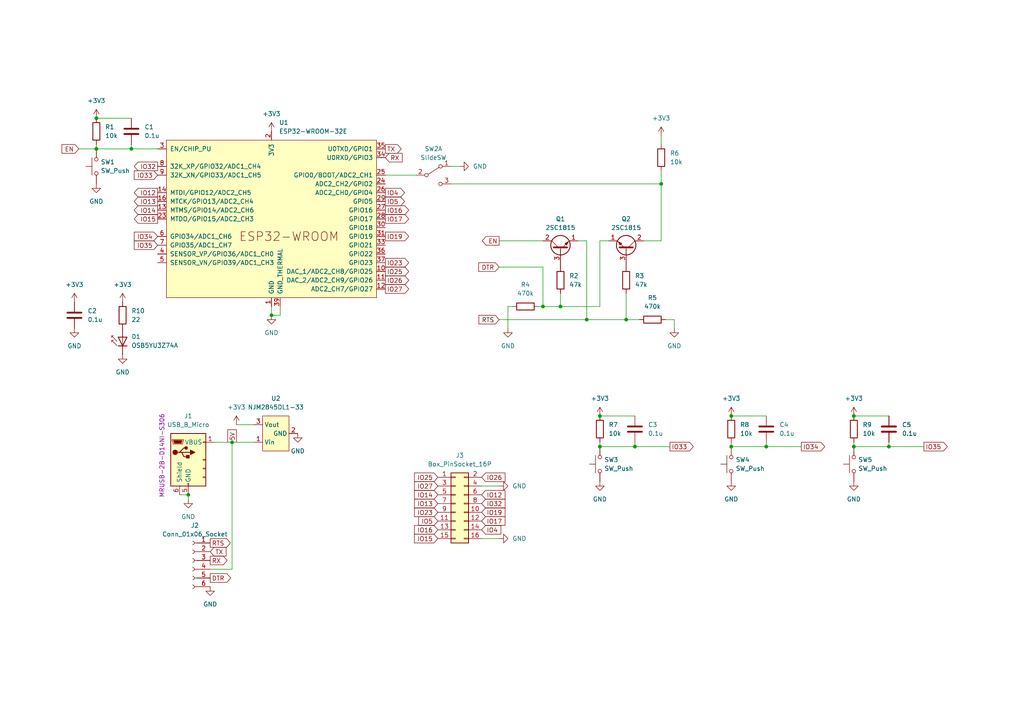
<source format=kicad_sch>
(kicad_sch (version 20230121) (generator eeschema)
  (paper "A4")
  (lib_symbols
    (symbol "Connector:Conn_01x06_Socket" (pin_names (offset 1.016) hide)
      (property "Reference" "J2" (at -0.635 10.16 0))
      (property "Value" "Conn_01x06_Socket" (at -0.635 7.62 0))
      (symbol "Conn_01x06_Socket_1_1"
        (arc (start 0 -7.112) (mid -0.5058 -7.62) (end 0 -8.128) (stroke (width 0.1524)))
        (arc (start 0 -4.572) (mid -0.5058 -5.08) (end 0 -5.588) (stroke (width 0.1524)))
        (arc (start 0 -2.032) (mid -0.5058 -2.54) (end 0 -3.048) (stroke (width 0.1524)))
        (polyline (pts (xy -1.27 -7.62) (xy -0.508 -7.62)) (stroke (width 0.1524)))
        (polyline (pts (xy -1.27 -5.08) (xy -0.508 -5.08)) (stroke (width 0.1524)))
        (polyline (pts (xy -1.27 -2.54) (xy -0.508 -2.54)) (stroke (width 0.1524)))
        (polyline (pts (xy -1.27 0) (xy -0.508 0)) (stroke (width 0.1524)))
        (polyline (pts (xy -1.27 2.54) (xy -0.508 2.54)) (stroke (width 0.1524)))
        (polyline (pts (xy -1.27 5.08) (xy -0.508 5.08)) (stroke (width 0.1524)))
        (arc (start 0 0.508) (mid -0.5058 0) (end 0 -0.508) (stroke (width 0.1524)))
        (arc (start 0 3.048) (mid -0.5058 2.54) (end 0 2.032) (stroke (width 0.1524)))
        (arc (start 0 5.588) (mid -0.5058 5.08) (end 0 4.572) (stroke (width 0.1524)))
        (pin passive line (at -5.08 5.08 0) (length 3.81) (name "RTS") (number "1"))
        (pin input line (at -5.08 2.54 0) (length 3.81) (name "RXD") (number "2"))
        (pin output line (at -5.08 0 0) (length 3.81) (name "TXD") (number "3"))
        (pin power_in line (at -5.08 -2.54 0) (length 3.81) (name "+5V") (number "4"))
        (pin passive line (at -5.08 -5.08 0) (length 3.81) (name "DTR") (number "5"))
        (pin passive line (at -5.08 -7.62 0) (length 3.81) (name "GND") (number "6"))
      )
    )
    (symbol "Connector:USB_B_Micro_PowerOnly" (pin_names (offset 1.016))
      (property "Reference" "J" (at -5.08 11.43 0))
      (property "Value" "USB_B_Micro" (at -5.08 8.89 0))
      (symbol "USB_B_Micro_PowerOnly_0_1"
        (rectangle (start -5.08 -7.62) (end 5.08 7.62) (stroke (width 0.254)) (fill (type background)))
        (circle (center -3.81 2.159) (radius 0.635) (stroke (width 0.254)) (fill (type outline)))
        (circle (center -0.635 3.429) (radius 0.381) (stroke (width 0.254)) (fill (type outline)))
        (rectangle (start -0.127 -7.62) (end 0.127 -6.858))
        (polyline (pts (xy -1.905 2.159) (xy 0.635 2.159)) (stroke (width 0.254)))
        (polyline (pts (xy -3.175 2.159) (xy -2.54 2.159) (xy -1.27 3.429) (xy -0.635 3.429)) (stroke (width 0.254)))
        (polyline (pts (xy -2.54 2.159) (xy -1.905 2.159) (xy -1.27 0.889) (xy 0 0.889)) (stroke (width 0.254)))
        (polyline (pts (xy 0.635 2.794) (xy 0.635 1.524) (xy 1.905 2.159) (xy 0.635 2.794)) (stroke (width 0.254)) (fill (type outline)))
        (polyline (pts (xy -4.318 5.588) (xy -1.778 5.588) (xy -2.032 4.826) (xy -4.064 4.826) (xy -4.318 5.588)) (fill (type outline)))
        (polyline (pts (xy -4.699 5.842) (xy -4.699 5.588) (xy -4.445 4.826) (xy -4.445 4.572) (xy -1.651 4.572) (xy -1.651 4.826) (xy -1.397 5.588) (xy -1.397 5.842) (xy -4.699 5.842)))
        (rectangle (start 0.254 1.27) (end -0.508 0.508) (stroke (width 0.254)) (fill (type outline)))
        (rectangle (start 5.08 -5.207) (end 4.318 -4.953))
        (rectangle (start 5.08 -2.667) (end 4.318 -2.413))
        (rectangle (start 5.08 -0.127) (end 4.318 0.127))
        (rectangle (start 5.08 4.953) (end 4.318 5.207))
      )
      (symbol "USB_B_Micro_PowerOnly_1_1"
        (pin power_out line (at 7.62 5.08 180) (length 2.54) (name "VBUS") (number "1"))
        (pin power_out line (at 0 -10.16 90) (length 2.54) (name "GND") (number "5"))
        (pin passive line (at -2.54 -10.16 90) (length 2.54) (name "Shield") (number "6"))
      )
    )
    (symbol "Connector_Generic:Conn_02x08_Odd_Even" (pin_names (offset 1.016) hide)
      (property "Reference" "J3" (at 1.27 13.97 0))
      (property "Value" "Conn_02x08_Odd_Even" (at 1.27 11.43 0))
      (symbol "Conn_02x08_Odd_Even_1_1"
        (rectangle (start -1.27 -10.033) (end 0 -10.287) (stroke (width 0.1524)))
        (rectangle (start -1.27 -7.493) (end 0 -7.747) (stroke (width 0.1524)))
        (rectangle (start -1.27 -4.953) (end 0 -5.207) (stroke (width 0.1524)))
        (rectangle (start -1.27 -2.413) (end 0 -2.667) (stroke (width 0.1524)))
        (rectangle (start -1.27 0.127) (end 0 -0.127) (stroke (width 0.1524)))
        (rectangle (start -1.27 2.667) (end 0 2.413) (stroke (width 0.1524)))
        (rectangle (start -1.27 5.207) (end 0 4.953) (stroke (width 0.1524)))
        (rectangle (start -1.27 7.747) (end 0 7.493) (stroke (width 0.1524)))
        (rectangle (start -1.27 8.89) (end 3.81 -11.43) (stroke (width 0.254)) (fill (type background)))
        (rectangle (start 3.81 -10.033) (end 2.54 -10.287) (stroke (width 0.1524)))
        (rectangle (start 3.81 -7.493) (end 2.54 -7.747) (stroke (width 0.1524)))
        (rectangle (start 3.81 -4.953) (end 2.54 -5.207) (stroke (width 0.1524)))
        (rectangle (start 3.81 -2.413) (end 2.54 -2.667) (stroke (width 0.1524)))
        (rectangle (start 3.81 0.127) (end 2.54 -0.127) (stroke (width 0.1524)))
        (rectangle (start 3.81 2.667) (end 2.54 2.413) (stroke (width 0.1524)))
        (rectangle (start 3.81 5.207) (end 2.54 4.953) (stroke (width 0.1524)))
        (rectangle (start 3.81 7.747) (end 2.54 7.493) (stroke (width 0.1524)))
        (pin output line (at -5.08 7.62 0) (length 3.81) (name "R1") (number "1"))
        (pin output line (at 7.62 -2.54 180) (length 3.81) (name "B") (number "10"))
        (pin output line (at -5.08 -5.08 0) (length 3.81) (name "C") (number "11"))
        (pin output line (at 7.62 -5.08 180) (length 3.81) (name "D") (number "12"))
        (pin output line (at -5.08 -7.62 0) (length 3.81) (name "CLK") (number "13"))
        (pin output line (at 7.62 -7.62 180) (length 3.81) (name "LAT") (number "14"))
        (pin output line (at -5.08 -10.16 0) (length 3.81) (name "OE") (number "15"))
        (pin passive line (at 7.62 -10.16 180) (length 3.81) (name "GND3") (number "16"))
        (pin output line (at 7.62 7.62 180) (length 3.81) (name "G1") (number "2"))
        (pin output line (at -5.08 5.08 0) (length 3.81) (name "B1") (number "3"))
        (pin passive line (at 7.62 5.08 180) (length 3.81) (name "GND1") (number "4"))
        (pin output line (at -5.08 2.54 0) (length 3.81) (name "R2") (number "5"))
        (pin output line (at 7.62 2.54 180) (length 3.81) (name "G2") (number "6"))
        (pin output line (at -5.08 0 0) (length 3.81) (name "B2") (number "7"))
        (pin output line (at 7.62 0 180) (length 3.81) (name "E") (number "8"))
        (pin output line (at -5.08 -2.54 0) (length 3.81) (name "A") (number "9"))
      )
    )
    (symbol "Device:C" (pin_numbers hide) (pin_names (offset 0.254))
      (property "Reference" "C" (at 0.635 2.54 0))
      (property "Value" "C" (at 0.635 -2.54 0))
      (symbol "C_0_1"
        (polyline (pts (xy -2.032 -0.762) (xy 2.032 -0.762)) (stroke (width 0.508)))
        (polyline (pts (xy -2.032 0.762) (xy 2.032 0.762)) (stroke (width 0.508)))
      )
      (symbol "C_1_1"
        (pin passive line (at 0 3.81 270) (length 2.794) (name "~") (number "1"))
        (pin passive line (at 0 -3.81 90) (length 2.794) (name "~") (number "2"))
      )
    )
    (symbol "Device:R" (pin_numbers hide) (pin_names (offset 0))
      (property "Reference" "R" (at 2.032 0 90))
      (property "Value" "R" (at 0 0 90))
      (symbol "R_0_1"
        (rectangle (start -1.016 -2.54) (end 1.016 2.54) (stroke (width 0.254)))
      )
      (symbol "R_1_1"
        (pin passive line (at 0 3.81 270) (length 1.27) (name "~") (number "1"))
        (pin passive line (at 0 -3.81 90) (length 1.27) (name "~") (number "2"))
      )
    )
    (symbol "LED:TSAL4400" (pin_numbers hide) (pin_names (offset 1.016) hide)
      (property "Reference" "D" (at 0.508 1.778 0))
      (property "Value" "TSAL4400" (at -1.016 -2.794 0))
      (symbol "TSAL4400_0_1"
        (polyline (pts (xy -2.54 1.27) (xy -2.54 -1.27)) (stroke (width 0.254)))
        (polyline (pts (xy 0 0) (xy -2.54 0)))
        (polyline (pts (xy 0.381 3.175) (xy -0.127 3.175)))
        (polyline (pts (xy -1.143 1.651) (xy 0.381 3.175) (xy 0.381 2.667)))
        (polyline (pts (xy 0 1.27) (xy -2.54 0) (xy 0 -1.27) (xy 0 1.27)) (stroke (width 0.254)))
        (polyline (pts (xy -2.413 1.651) (xy -0.889 3.175) (xy -0.889 2.667) (xy -0.889 3.175) (xy -1.397 3.175)))
      )
      (symbol "TSAL4400_1_1"
        (pin passive line (at -5.08 0 0) (length 2.54) (name "K") (number "1"))
        (pin passive line (at 2.54 0 180) (length 2.54) (name "A") (number "2"))
      )
    )
    (symbol "PCM_Espressif:ESP32-WROOM-E" (pin_names (offset 1.016))
      (property "Reference" "U" (at -30.48 27.94 0))
      (property "Value" "ESP32-WROOM-E" (at -30.48 25.4 0))
      (symbol "ESP32-WROOM-E_0_1"
        (rectangle (start -30.48 22.86) (end 30.48 -22.86) (fill (type background)))
      )
      (symbol "ESP32-WROOM-E_1_1"
        (text "ESP32-­WROOM­" (at 5.08 -5.08 0) (effects (font (size 2.54 2.54))))
        (pin power_in line (at 0 -25.4 90) (length 2.54) (name "GND") (number "1"))
        (pin bidirectional line (at 33.02 -15.24 180) (length 2.54) (name "DAC_1/ADC2_CH8/GPIO25") (number "10"))
        (pin bidirectional line (at 33.02 -17.78 180) (length 2.54) (name "DAC_2/ADC2_CH9/GPIO26") (number "11"))
        (pin bidirectional line (at 33.02 -20.32 180) (length 2.54) (name "ADC2_CH7/GPIO27") (number "12"))
        (pin bidirectional line (at -33.02 2.54 0) (length 2.54) (name "MTMS/GPIO14/ADC2_CH6") (number "13"))
        (pin bidirectional line (at -33.02 7.62 0) (length 2.54) (name "MTDI/GPIO12/ADC2_CH5") (number "14"))
        (pin passive line (at 0 -25.4 90) (length 2.54) hide (name "GND") (number "15"))
        (pin bidirectional line (at -33.02 5.08 0) (length 2.54) (name "MTCK/GPIO13/ADC2_CH4") (number "16"))
        (pin power_in line (at 0 25.4 270) (length 2.54) (name "3V3") (number "2"))
        (pin bidirectional line (at -33.02 0 0) (length 2.54) (name "MTDO/GPIO15/ADC2_CH3") (number "23"))
        (pin bidirectional line (at 33.02 10.16 180) (length 2.54) (name "ADC2_CH2/GPIO2") (number "24"))
        (pin bidirectional line (at 33.02 12.7 180) (length 2.54) (name "GPIO0/BOOT/ADC2_CH1") (number "25"))
        (pin bidirectional line (at 33.02 7.62 180) (length 2.54) (name "ADC2_CH0/GPIO4") (number "26"))
        (pin bidirectional line (at 33.02 2.54 180) (length 2.54) (name "GPIO16") (number "27"))
        (pin bidirectional line (at 33.02 0 180) (length 2.54) (name "GPIO17") (number "28"))
        (pin bidirectional line (at 33.02 5.08 180) (length 2.54) (name "GPIO5") (number "29"))
        (pin input line (at -33.02 20.32 0) (length 2.54) (name "EN/CHIP_PU") (number "3"))
        (pin bidirectional line (at 33.02 -2.54 180) (length 2.54) (name "GPIO18") (number "30"))
        (pin bidirectional line (at 33.02 -5.08 180) (length 2.54) (name "GPIO19") (number "31"))
        (pin bidirectional line (at 33.02 -7.62 180) (length 2.54) (name "GPIO21") (number "33"))
        (pin bidirectional line (at 33.02 17.78 180) (length 2.54) (name "U0RXD/GPIO3") (number "34"))
        (pin bidirectional line (at 33.02 20.32 180) (length 2.54) (name "U0TXD/GPIO1") (number "35"))
        (pin bidirectional line (at 33.02 -10.16 180) (length 2.54) (name "GPIO22") (number "36"))
        (pin bidirectional line (at 33.02 -12.7 180) (length 2.54) (name "GPIO23") (number "37"))
        (pin passive line (at 0 -25.4 90) (length 2.54) hide (name "GND") (number "38"))
        (pin power_in line (at 2.54 -25.4 90) (length 2.54) (name "GND_THERMAL") (number "39"))
        (pin input line (at -33.02 -10.16 0) (length 2.54) (name "SENSOR_VP/GPIO36/ADC1_CH0") (number "4"))
        (pin input line (at -33.02 -12.7 0) (length 2.54) (name "SENSOR_VN/GPIO39/ADC1_CH3") (number "5"))
        (pin input line (at -33.02 -5.08 0) (length 2.54) (name "GPIO34/ADC1_CH6") (number "6"))
        (pin input line (at -33.02 -7.62 0) (length 2.54) (name "GPIO35/ADC1_CH7") (number "7"))
        (pin bidirectional line (at -33.02 15.24 0) (length 2.54) (name "32K_XP/GPIO32/ADC1_CH4") (number "8"))
        (pin bidirectional line (at -33.02 12.7 0) (length 2.54) (name "32K_XN/GPIO33/ADC1_CH5") (number "9"))
      )
    )
    (symbol "Regulator_Linear:NJM2845DL1"
      (property "Reference" "U2" (at 0 8.89 0))
      (property "Value" "NJM2845DL1" (at 0 6.35 0))
      (symbol "NJM2845DL1_1_1"
        (rectangle (start -3.81 -6.35) (end 3.81 3.81) (fill (type background)))
        (pin power_in line (at -6.35 -3.81 0) (length 2.54) (name "Vin") (number "1"))
        (pin input line (at 6.35 -1.27 180) (length 2.54) (name "GND") (number "2"))
        (pin power_out line (at -6.35 1.27 0) (length 2.54) (name "Vout") (number "3"))
      )
    )
    (symbol "Switch:SW_DPDT_x2" (pin_names (offset 0) hide)
      (property "Reference" "SW" (at 0 4.318 0))
      (property "Value" "SW_DPDT_x2" (at 0 -5.08 0))
      (symbol "SW_DPDT_x2_0_0"
        (circle (center -2.032 0) (radius 0.508))
        (circle (center 2.032 -2.54) (radius 0.508))
      )
      (symbol "SW_DPDT_x2_0_1"
        (polyline (pts (xy -1.524 0.254) (xy 1.651 2.286)))
        (circle (center 2.032 2.54) (radius 0.508))
      )
      (symbol "SW_DPDT_x2_1_1"
        (pin passive line (at 5.08 2.54 180) (length 2.54) (name "A") (number "1"))
        (pin passive line (at -5.08 0 0) (length 2.54) (name "B") (number "2"))
        (pin passive line (at 5.08 -2.54 180) (length 2.54) (name "C") (number "3"))
      )
      (symbol "SW_DPDT_x2_2_1"
        (pin passive line (at 5.08 2.54 180) (length 2.54) (name "A") (number "4"))
        (pin passive line (at -5.08 0 0) (length 2.54) (name "B") (number "5"))
        (pin passive line (at 5.08 -2.54 180) (length 2.54) (name "C") (number "6"))
      )
    )
    (symbol "Switch:SW_Push" (pin_numbers hide) (pin_names (offset 1.016) hide)
      (property "Reference" "SW" (at 1.27 2.54 0))
      (property "Value" "SW_Push" (at 0 -1.524 0))
      (symbol "SW_Push_0_1"
        (circle (center -2.032 0) (radius 0.508))
        (polyline (pts (xy 0 1.27) (xy 0 3.048)))
        (polyline (pts (xy 2.54 1.27) (xy -2.54 1.27)))
        (circle (center 2.032 0) (radius 0.508))
        (pin passive line (at -5.08 0 0) (length 2.54) (name "1") (number "1"))
        (pin passive line (at 5.08 0 180) (length 2.54) (name "2") (number "2"))
      )
    )
    (symbol "Transistor_BJT:2SC1815" (pin_names (offset 0) hide)
      (property "Reference" "Q" (at 5.08 1.905 0))
      (property "Value" "2SC1815" (at 5.08 0 0))
      (symbol "2SC1815_0_1"
        (polyline (pts (xy 0 0) (xy 0.508 0)))
        (polyline (pts (xy 0.635 0.635) (xy 2.54 2.54)))
        (polyline (pts (xy 0.635 -0.635) (xy 2.54 -2.54) (xy 2.54 -2.54)))
        (polyline (pts (xy 0.635 1.905) (xy 0.635 -1.905) (xy 0.635 -1.905)) (stroke (width 0.508)))
        (polyline (pts (xy 1.27 -1.778) (xy 1.778 -1.27) (xy 2.286 -2.286) (xy 1.27 -1.778) (xy 1.27 -1.778)) (fill (type outline)))
        (circle (center 1.27 0) (radius 2.8194) (stroke (width 0.254)))
      )
      (symbol "2SC1815_1_1"
        (pin passive line (at 2.54 -5.08 90) (length 2.54) (name "E") (number "1"))
        (pin passive line (at 2.54 5.08 270) (length 2.54) (name "C") (number "2"))
        (pin input line (at -5.08 0 0) (length 5.08) (name "B") (number "3"))
      )
    )
    (symbol "power:+3V3" (power) (pin_names (offset 0))
      (property "Value" "+3V3" (at 0 3.556 0))
      (symbol "+3V3_0_1"
        (polyline (pts (xy -0.762 1.27) (xy 0 2.54)))
        (polyline (pts (xy 0 0) (xy 0 2.54)))
        (polyline (pts (xy 0 2.54) (xy 0.762 1.27)))
      )
      (symbol "+3V3_1_1"
        (pin power_in line (at 0 0 90) (length 0) hide (name "+3V3") (number "1"))
      )
    )
    (symbol "power:GND" (power) (pin_names (offset 0))
      (property "Value" "GND" (at 0 -3.81 0))
      (symbol "GND_0_1"
        (polyline (pts (xy 0 0) (xy 0 -1.27) (xy 1.27 -1.27) (xy 0 -2.54) (xy -1.27 -1.27) (xy 0 -1.27)))
      )
      (symbol "GND_1_1"
        (pin power_in line (at 0 0 270) (length 0) hide (name "GND") (number "1"))
      )
    )
  )
  (junction (at 173.99 120.65))
  (junction (at 247.65 129.54))
  (junction (at 38.1 43.18))
  (junction (at 157.48 88.9))
  (junction (at 78.74 91.44))
  (junction (at 184.15 129.54))
  (junction (at 257.81 129.54))
  (junction (at 212.09 129.54))
  (junction (at 191.77 53.34))
  (junction (at 181.61 92.71))
  (junction (at 222.25 129.54))
  (junction (at 162.56 88.9))
  (junction (at 170.18 92.71))
  (junction (at 27.94 43.18))
  (junction (at 212.09 120.65))
  (junction (at 247.65 120.65))
  (junction (at 54.61 143.51))
  (junction (at 173.99 129.54))
  (junction (at 67.31 128.27))
  (junction (at 27.94 34.29))
  (wire (pts (xy 52.07 143.51) (xy 54.61 143.51)))
  (wire (pts (xy 191.77 39.37) (xy 191.77 41.91)))
  (wire (pts (xy 27.94 41.91) (xy 27.94 43.18)))
  (wire (pts (xy 162.56 85.09) (xy 162.56 88.9)))
  (wire (pts (xy 191.77 49.53) (xy 191.77 53.34)))
  (wire (pts (xy 222.25 128.27) (xy 222.25 129.54)))
  (wire (pts (xy 78.74 91.44) (xy 78.74 88.9)))
  (wire (pts (xy 111.76 50.8) (xy 120.65 50.8)))
  (wire (pts (xy 144.78 156.21) (xy 139.7 156.21)))
  (wire (pts (xy 130.81 53.34) (xy 191.77 53.34)))
  (wire (pts (xy 144.78 92.71) (xy 170.18 92.71)))
  (wire (pts (xy 147.32 88.9) (xy 147.32 95.25)))
  (wire (pts (xy 157.48 88.9) (xy 162.56 88.9)))
  (wire (pts (xy 60.96 165.1) (xy 67.31 165.1)))
  (wire (pts (xy 257.81 129.54) (xy 267.97 129.54)))
  (wire (pts (xy 81.28 88.9) (xy 81.28 91.44)))
  (wire (pts (xy 173.99 69.85) (xy 173.99 88.9)))
  (wire (pts (xy 157.48 77.47) (xy 157.48 88.9)))
  (wire (pts (xy 67.31 128.27) (xy 67.31 165.1)))
  (wire (pts (xy 193.04 92.71) (xy 195.58 92.71)))
  (wire (pts (xy 62.23 128.27) (xy 67.31 128.27)))
  (wire (pts (xy 144.78 69.85) (xy 157.48 69.85)))
  (wire (pts (xy 173.99 120.65) (xy 184.15 120.65)))
  (wire (pts (xy 181.61 92.71) (xy 185.42 92.71)))
  (wire (pts (xy 54.61 144.78) (xy 54.61 143.51)))
  (wire (pts (xy 191.77 53.34) (xy 191.77 69.85)))
  (wire (pts (xy 247.65 129.54) (xy 257.81 129.54)))
  (wire (pts (xy 167.64 69.85) (xy 170.18 69.85)))
  (wire (pts (xy 27.94 43.18) (xy 38.1 43.18)))
  (wire (pts (xy 170.18 92.71) (xy 181.61 92.71)))
  (wire (pts (xy 222.25 129.54) (xy 232.41 129.54)))
  (wire (pts (xy 22.86 43.18) (xy 27.94 43.18)))
  (wire (pts (xy 212.09 120.65) (xy 222.25 120.65)))
  (wire (pts (xy 184.15 128.27) (xy 184.15 129.54)))
  (wire (pts (xy 133.35 48.26) (xy 130.81 48.26)))
  (wire (pts (xy 212.09 129.54) (xy 222.25 129.54)))
  (wire (pts (xy 184.15 129.54) (xy 194.31 129.54)))
  (wire (pts (xy 186.69 69.85) (xy 191.77 69.85)))
  (wire (pts (xy 247.65 120.65) (xy 257.81 120.65)))
  (wire (pts (xy 173.99 128.27) (xy 173.99 129.54)))
  (wire (pts (xy 162.56 88.9) (xy 173.99 88.9)))
  (wire (pts (xy 181.61 85.09) (xy 181.61 92.71)))
  (wire (pts (xy 144.78 140.97) (xy 139.7 140.97)))
  (wire (pts (xy 67.31 128.27) (xy 73.66 128.27)))
  (wire (pts (xy 170.18 69.85) (xy 170.18 92.71)))
  (wire (pts (xy 247.65 128.27) (xy 247.65 129.54)))
  (wire (pts (xy 176.53 69.85) (xy 173.99 69.85)))
  (wire (pts (xy 195.58 92.71) (xy 195.58 95.25)))
  (wire (pts (xy 212.09 128.27) (xy 212.09 129.54)))
  (wire (pts (xy 173.99 129.54) (xy 184.15 129.54)))
  (wire (pts (xy 38.1 43.18) (xy 45.72 43.18)))
  (wire (pts (xy 257.81 128.27) (xy 257.81 129.54)))
  (wire (pts (xy 157.48 88.9) (xy 156.21 88.9)))
  (wire (pts (xy 144.78 77.47) (xy 157.48 77.47)))
  (wire (pts (xy 68.58 123.19) (xy 73.66 123.19)))
  (wire (pts (xy 78.74 91.44) (xy 81.28 91.44)))
  (wire (pts (xy 147.32 88.9) (xy 148.59 88.9)))
  (wire (pts (xy 38.1 41.91) (xy 38.1 43.18)))
  (wire (pts (xy 27.94 34.29) (xy 38.1 34.29)))
  (global_label "DTR" (shape output) (at 60.96 167.64 0) (property "Intersheetrefs" "${INTERSHEET_REFS}" (effects hide)))
  (global_label "IO15" (shape input) (at 127 156.21 180) (property "Intersheetrefs" "${INTERSHEET_REFS}" (effects hide)))
  (global_label "IO26" (shape output) (at 111.76 81.28 0) (property "Intersheetrefs" "${INTERSHEET_REFS}" (effects hide)))
  (global_label "IO4" (shape output) (at 111.76 55.88 0) (property "Intersheetrefs" "${INTERSHEET_REFS}" (effects hide)))
  (global_label "IO35" (shape input) (at 45.72 71.12 180) (property "Intersheetrefs" "${INTERSHEET_REFS}" (effects hide)))
  (global_label "TX" (shape output) (at 111.76 43.18 0) (property "Intersheetrefs" "${INTERSHEET_REFS}" (effects hide)))
  (global_label "IO14" (shape input) (at 127 143.51 180) (property "Intersheetrefs" "${INTERSHEET_REFS}" (effects hide)))
  (global_label "IO16" (shape output) (at 111.76 60.96 0) (property "Intersheetrefs" "${INTERSHEET_REFS}" (effects hide)))
  (global_label "EN" (shape input) (at 22.86 43.18 180) (property "Intersheetrefs" "${INTERSHEET_REFS}" (effects hide)))
  (global_label "RTS" (shape output) (at 60.96 157.48 0) (property "Intersheetrefs" "${INTERSHEET_REFS}" (effects hide)))
  (global_label "IO13" (shape output) (at 45.72 58.42 180) (property "Intersheetrefs" "${INTERSHEET_REFS}" (effects hide)))
  (global_label "IO5" (shape input) (at 127 151.13 180) (property "Intersheetrefs" "${INTERSHEET_REFS}" (effects hide)))
  (global_label "DTR" (shape input) (at 144.78 77.47 180) (property "Intersheetrefs" "${INTERSHEET_REFS}" (effects hide)))
  (global_label "IO15" (shape output) (at 45.72 63.5 180) (property "Intersheetrefs" "${INTERSHEET_REFS}" (effects hide)))
  (global_label "IO25" (shape output) (at 111.76 78.74 0) (property "Intersheetrefs" "${INTERSHEET_REFS}" (effects hide)))
  (global_label "RX" (shape output) (at 60.96 162.56 0) (property "Intersheetrefs" "${INTERSHEET_REFS}" (effects hide)))
  (global_label "IO32" (shape output) (at 45.72 48.26 180) (property "Intersheetrefs" "${INTERSHEET_REFS}" (effects hide)))
  (global_label "IO4" (shape input) (at 139.7 153.67 0) (property "Intersheetrefs" "${INTERSHEET_REFS}" (effects hide)))
  (global_label "IO33" (shape output) (at 194.31 129.54 0) (property "Intersheetrefs" "${INTERSHEET_REFS}" (effects hide)))
  (global_label "IO14" (shape output) (at 45.72 60.96 180) (property "Intersheetrefs" "${INTERSHEET_REFS}" (effects hide)))
  (global_label "IO13" (shape input) (at 127 146.05 180) (property "Intersheetrefs" "${INTERSHEET_REFS}" (effects hide)))
  (global_label "RX" (shape input) (at 111.76 45.72 0) (property "Intersheetrefs" "${INTERSHEET_REFS}" (effects hide)))
  (global_label "IO5" (shape output) (at 111.76 58.42 0) (property "Intersheetrefs" "${INTERSHEET_REFS}" (effects hide)))
  (global_label "IO26" (shape input) (at 139.7 138.43 0) (property "Intersheetrefs" "${INTERSHEET_REFS}" (effects hide)))
  (global_label "IO34" (shape output) (at 232.41 129.54 0) (property "Intersheetrefs" "${INTERSHEET_REFS}" (effects hide)))
  (global_label "IO19" (shape input) (at 139.7 148.59 0) (property "Intersheetrefs" "${INTERSHEET_REFS}" (effects hide)))
  (global_label "IO23" (shape output) (at 111.76 76.2 0) (property "Intersheetrefs" "${INTERSHEET_REFS}" (effects hide)))
  (global_label "IO27" (shape output) (at 111.76 83.82 0) (property "Intersheetrefs" "${INTERSHEET_REFS}" (effects hide)))
  (global_label "IO17" (shape input) (at 139.7 151.13 0) (property "Intersheetrefs" "${INTERSHEET_REFS}" (effects hide)))
  (global_label "RTS" (shape input) (at 144.78 92.71 180) (property "Intersheetrefs" "${INTERSHEET_REFS}" (effects hide)))
  (global_label "IO34" (shape input) (at 45.72 68.58 180) (property "Intersheetrefs" "${INTERSHEET_REFS}" (effects hide)))
  (global_label "IO23" (shape input) (at 127 148.59 180) (property "Intersheetrefs" "${INTERSHEET_REFS}" (effects hide)))
  (global_label "EN" (shape output) (at 144.78 69.85 180) (property "Intersheetrefs" "${INTERSHEET_REFS}" (effects hide)))
  (global_label "IO27" (shape input) (at 127 140.97 180) (property "Intersheetrefs" "${INTERSHEET_REFS}" (effects hide)))
  (global_label "5V" (shape passive) (at 67.31 128.27 90) (property "Intersheetrefs" "${INTERSHEET_REFS}" (effects hide)))
  (global_label "IO35" (shape output) (at 267.97 129.54 0) (property "Intersheetrefs" "${INTERSHEET_REFS}" (effects hide)))
  (global_label "IO19" (shape output) (at 111.76 68.58 0) (property "Intersheetrefs" "${INTERSHEET_REFS}" (effects hide)))
  (global_label "IO12" (shape input) (at 139.7 143.51 0) (property "Intersheetrefs" "${INTERSHEET_REFS}" (effects hide)))
  (global_label "IO33" (shape input) (at 45.72 50.8 180) (property "Intersheetrefs" "${INTERSHEET_REFS}" (effects hide)))
  (global_label "IO17" (shape output) (at 111.76 63.5 0) (property "Intersheetrefs" "${INTERSHEET_REFS}" (effects hide)))
  (global_label "IO25" (shape input) (at 127 138.43 180) (property "Intersheetrefs" "${INTERSHEET_REFS}" (effects hide)))
  (global_label "IO12" (shape output) (at 45.72 55.88 180) (property "Intersheetrefs" "${INTERSHEET_REFS}" (effects hide)))
  (global_label "TX" (shape input) (at 60.96 160.02 0) (property "Intersheetrefs" "${INTERSHEET_REFS}" (effects hide)))
  (global_label "IO32" (shape input) (at 139.7 146.05 0) (property "Intersheetrefs" "${INTERSHEET_REFS}" (effects hide)))
  (global_label "IO16" (shape input) (at 127 153.67 180) (property "Intersheetrefs" "${INTERSHEET_REFS}" (effects hide)))
  (symbol (lib_id "Device:R") (at 189.23 92.71 90) (unit 1)
    (property "Reference" "R5" (at 189.23 86.36 90))
    (property "Value" "470k" (at 189.23 88.9 90))
    (property "Footprint" "Resistor_THT:R_Axial_DIN0207_L6.3mm_D2.5mm_P10.16mm_Horizontal" (effects hide))
  )
  (symbol (lib_id "Transistor_BJT:2SC1815") (at 181.61 72.39 270) (mirror x) (unit 1)
    (property "Reference" "Q2" (at 181.61 63.5 90))
    (property "Value" "2SC1815" (at 181.61 66.04 90))
    (property "Footprint" "Package_TO_SOT_THT:TO-92_Inline" (effects hide))
    (property "Datasheet" "https://media.digikey.com/pdf/Data%20Sheets/Toshiba%20PDFs/2SC1815.pdf" (effects hide))
  )
  (symbol (lib_id "Switch:SW_Push") (at 27.94 48.26 90) (unit 1)
    (property "Reference" "SW1" (at 29.21 46.99 90) (effects (justify right)))
    (property "Value" "SW_Push" (at 29.21 49.53 90) (effects (justify right)))
    (property "Footprint" "Button_Switch_THT:SW_PUSH_6mm" (effects hide))
  )
  (symbol (lib_id "power:+3V3") (at 212.09 120.65 0) (unit 1)
    (property "Reference" "#PWR019" (effects hide))
    (property "Value" "+3V3" (at 212.09 115.57 0))
  )
  (symbol (lib_id "power:GND") (at 212.09 139.7 0) (unit 1)
    (property "Reference" "#PWR020" (effects hide))
    (property "Value" "GND" (at 212.09 144.78 0))
  )
  (symbol (lib_id "Device:R") (at 152.4 88.9 90) (unit 1)
    (property "Reference" "R4" (at 152.4 82.55 90))
    (property "Value" "470k" (at 152.4 85.09 90))
    (property "Footprint" "Resistor_THT:R_Axial_DIN0207_L6.3mm_D2.5mm_P7.62mm_Horizontal" (effects hide))
  )
  (symbol (lib_id "power:GND") (at 54.61 144.78 0) (unit 1)
    (property "Reference" "#PWR01" (effects hide))
    (property "Value" "GND" (at 54.61 149.86 0))
  )
  (symbol (lib_id "Device:C") (at 222.25 124.46 0) (unit 1)
    (property "Reference" "C4" (at 226.06 123.19 0) (effects (justify left)))
    (property "Value" "0.1u" (at 226.06 125.73 0) (effects (justify left)))
    (property "Footprint" "Capacitor_THT:C_Disc_D5.0mm_W2.5mm_P5.00mm" (effects hide))
  )
  (symbol (lib_id "power:+3V3") (at 68.58 123.19 0) (unit 1)
    (property "Reference" "#PWR05" (effects hide))
    (property "Value" "+3V3" (at 68.58 118.11 0))
  )
  (symbol (lib_id "Device:C") (at 38.1 38.1 0) (unit 1)
    (property "Reference" "C1" (at 41.91 36.83 0) (effects (justify left)))
    (property "Value" "0.1u" (at 41.91 39.37 0) (effects (justify left)))
    (property "Footprint" "Capacitor_THT:C_Disc_D5.0mm_W2.5mm_P5.00mm" (effects hide))
  )
  (symbol (lib_id "Device:R") (at 162.56 81.28 0) (unit 1)
    (property "Reference" "R2" (at 165.1 80.01 0) (effects (justify left)))
    (property "Value" "47k" (at 165.1 82.55 0) (effects (justify left)))
    (property "Footprint" "Resistor_THT:R_Axial_DIN0207_L6.3mm_D2.5mm_P2.54mm_Vertical" (effects hide))
  )
  (symbol (lib_id "power:GND") (at 144.78 156.21 90) (unit 1)
    (property "Reference" "#PWR013" (effects hide))
    (property "Value" "GND" (at 148.59 156.21 90) (effects (justify right)))
  )
  (symbol (lib_id "power:GND") (at 60.96 170.18 0) (unit 1)
    (property "Reference" "#PWR04" (effects hide))
    (property "Value" "GND" (at 60.96 175.26 0))
  )
  (symbol (lib_id "Switch:SW_Push") (at 173.99 134.62 90) (unit 1)
    (property "Reference" "SW3" (at 175.26 133.35 90) (effects (justify right)))
    (property "Value" "SW_Push" (at 175.26 135.89 90) (effects (justify right)))
    (property "Footprint" "Button_Switch_THT:SW_PUSH_6mm" (effects hide))
  )
  (symbol (lib_id "Device:C") (at 184.15 124.46 0) (unit 1)
    (property "Reference" "C3" (at 187.96 123.19 0) (effects (justify left)))
    (property "Value" "0.1u" (at 187.96 125.73 0) (effects (justify left)))
    (property "Footprint" "Capacitor_THT:C_Disc_D5.0mm_W2.5mm_P5.00mm" (effects hide))
  )
  (symbol (lib_id "power:+3V3") (at 191.77 39.37 0) (unit 1)
    (property "Reference" "#PWR016" (effects hide))
    (property "Value" "+3V3" (at 191.77 34.29 0))
  )
  (symbol (lib_id "power:GND") (at 195.58 95.25 0) (unit 1)
    (property "Reference" "#PWR015" (effects hide))
    (property "Value" "GND" (at 195.58 100.33 0))
  )
  (symbol (lib_id "Switch:SW_Push") (at 247.65 134.62 90) (unit 1)
    (property "Reference" "SW5" (at 248.92 133.35 90) (effects (justify right)))
    (property "Value" "SW_Push" (at 248.92 135.89 90) (effects (justify right)))
    (property "Footprint" "Button_Switch_THT:SW_PUSH_6mm" (effects hide))
  )
  (symbol (lib_id "Regulator_Linear:NJM2845DL1") (at 80.01 124.46 0) (unit 1)
    (property "Reference" "U2" (at 80.01 115.57 0))
    (property "Value" "NJM2845DL1-33" (at 80.01 118.11 0))
    (property "Footprint" "Package_TO_SOT_SMD:TO-252-3_TabPin2" (effects hide))
    (property "Datasheet" "https://akizukidenshi.com/goodsaffix/NJM2845.pdf" (effects hide))
  )
  (symbol (lib_id "Device:R") (at 181.61 81.28 0) (unit 1)
    (property "Reference" "R3" (at 184.15 80.01 0) (effects (justify left)))
    (property "Value" "47k" (at 184.15 82.55 0) (effects (justify left)))
    (property "Footprint" "Resistor_THT:R_Axial_DIN0207_L6.3mm_D2.5mm_P15.24mm_Horizontal" (effects hide))
  )
  (symbol (lib_id "Device:R") (at 27.94 38.1 0) (unit 1)
    (property "Reference" "R1" (at 30.48 36.83 0) (effects (justify left)))
    (property "Value" "10k" (at 30.48 39.37 0) (effects (justify left)))
    (property "Footprint" "Resistor_THT:R_Axial_DIN0207_L6.3mm_D2.5mm_P7.62mm_Horizontal" (effects hide))
  )
  (symbol (lib_id "Device:R") (at 173.99 124.46 0) (unit 1)
    (property "Reference" "R7" (at 176.53 123.19 0) (effects (justify left)))
    (property "Value" "10k" (at 176.53 125.73 0) (effects (justify left)))
    (property "Footprint" "Resistor_THT:R_Axial_DIN0207_L6.3mm_D2.5mm_P7.62mm_Horizontal" (effects hide))
  )
  (symbol (lib_id "Switch:SW_Push") (at 212.09 134.62 90) (unit 1)
    (property "Reference" "SW4" (at 213.36 133.35 90) (effects (justify right)))
    (property "Value" "SW_Push" (at 213.36 135.89 90) (effects (justify right)))
    (property "Footprint" "Button_Switch_THT:SW_PUSH_6mm" (effects hide))
  )
  (symbol (lib_id "PCM_Espressif:ESP32-WROOM-E") (at 78.74 63.5 0) (unit 1)
    (property "Reference" "U1" (at 80.9341 35.56 0) (effects (justify left)))
    (property "Value" "ESP32-WROOM-32E" (at 80.9341 38.1 0) (effects (justify left)))
    (property "Footprint" "PCM_Espressif:ESP32-WROOM-32E" (effects hide))
    (property "Datasheet" "https://www.espressif.com/sites/default/files/documentation/esp32-wroom-32e_esp32-wroom-32ue_datasheet_en.pdf" (effects hide))
  )
  (symbol (lib_id "Connector_Generic:Conn_02x08_Odd_Even") (at 132.08 146.05 0) (unit 1)
    (property "Reference" "J3" (at 133.35 132.08 0))
    (property "Value" "Box_PinSocket_16P" (at 133.35 134.62 0))
    (property "Footprint" "Connector_IDC:IDC-Header_2x08_P2.54mm_Vertical" (effects hide))
  )
  (symbol (lib_id "power:+3V3") (at 27.94 34.29 0) (unit 1)
    (property "Reference" "#PWR07" (effects hide))
    (property "Value" "+3V3" (at 27.94 29.21 0))
  )
  (symbol (lib_id "power:GND") (at 144.78 140.97 90) (unit 1)
    (property "Reference" "#PWR011" (effects hide))
    (property "Value" "GND" (at 148.59 140.97 90) (effects (justify right)))
  )
  (symbol (lib_id "Switch:SW_DPDT_x2") (at 125.73 50.8 0) (unit 1)
    (property "Reference" "SW2" (at 125.73 43.18 0))
    (property "Value" "SlideSW" (at 125.73 45.72 0))
    (property "Footprint" "Button_Switch_THT:SW_Slide_1P2T_P2.54" (effects hide))
  )
  (symbol (lib_id "power:GND") (at 35.56 102.87 0) (unit 1)
    (property "Reference" "#PWR024" (effects hide))
    (property "Value" "GND" (at 35.56 107.95 0))
  )
  (symbol (lib_id "power:GND") (at 247.65 139.7 0) (unit 1)
    (property "Reference" "#PWR022" (effects hide))
    (property "Value" "GND" (at 247.65 144.78 0))
  )
  (symbol (lib_id "power:+3V3") (at 78.74 38.1 0) (unit 1)
    (property "Reference" "#PWR06" (effects hide))
    (property "Value" "+3V3" (at 78.74 33.02 0))
  )
  (symbol (lib_id "power:GND") (at 133.35 48.26 90) (unit 1)
    (property "Reference" "#PWR010" (effects hide))
    (property "Value" "GND" (at 137.16 48.26 90) (effects (justify right)))
  )
  (symbol (lib_id "Device:R") (at 191.77 45.72 0) (unit 1)
    (property "Reference" "R6" (at 194.31 44.45 0) (effects (justify left)))
    (property "Value" "10k" (at 194.31 46.99 0) (effects (justify left)))
    (property "Footprint" "Resistor_THT:R_Axial_DIN0207_L6.3mm_D2.5mm_P2.54mm_Vertical" (effects hide))
  )
  (symbol (lib_id "power:GND") (at 21.59 95.25 0) (unit 1)
    (property "Reference" "#PWR012" (effects hide))
    (property "Value" "GND" (at 21.59 100.33 0))
  )
  (symbol (lib_id "Connector:USB_B_Micro_PowerOnly") (at 54.61 133.35 0) (unit 1)
    (property "Reference" "J1" (at 54.61 120.65 0))
    (property "Value" "USB_B_Micro" (at 54.61 123.19 0))
    (property "Footprint" "Connector_USB:USB_Micro-B_Useconn_RUSB-2B-D14NI-S306_Horizontal" (effects hide))
    (property "フィールド4" "MRUSB-2B-D14NI-S306" (at 46.99 132.08 90))
  )
  (symbol (lib_id "Device:C") (at 257.81 124.46 0) (unit 1)
    (property "Reference" "C5" (at 261.62 123.19 0) (effects (justify left)))
    (property "Value" "0.1u" (at 261.62 125.73 0) (effects (justify left)))
    (property "Footprint" "Capacitor_THT:C_Disc_D5.0mm_W2.5mm_P5.00mm" (effects hide))
  )
  (symbol (lib_id "Device:C") (at 257.81 124.46 0) (unit 1)
    (property "Reference" "C5" (at 261.62 123.19 0) (effects (justify left)))
    (property "Value" "0.1u" (at 261.62 125.73 0) (effects (justify left)))
    (property "Footprint" "Capacitor_THT:C_Disc_D5.0mm_W2.5mm_P5.00mm" (effects hide))
  )
  (symbol (lib_id "Device:R") (at 35.56 91.44 0) (unit 1)
    (property "Reference" "R10" (at 38.1 90.17 0) (effects (justify left)))
    (property "Value" "22" (at 38.1 92.71 0) (effects (justify left)))
    (property "Footprint" "Resistor_THT:R_Axial_DIN0207_L6.3mm_D2.5mm_P2.54mm_Vertical" (effects hide))
  )
  (symbol (lib_id "power:GND") (at 86.36 125.73 0) (unit 1)
    (property "Reference" "#PWR02" (effects hide))
    (property "Value" "GND" (at 86.36 130.81 0))
  )
  (symbol (lib_id "Device:R") (at 212.09 124.46 0) (unit 1)
    (property "Reference" "R8" (at 214.63 123.19 0) (effects (justify left)))
    (property "Value" "10k" (at 214.63 125.73 0) (effects (justify left)))
    (property "Footprint" "Resistor_THT:R_Axial_DIN0207_L6.3mm_D2.5mm_P7.62mm_Horizontal" (effects hide))
  )
  (symbol (lib_id "power:GND") (at 78.74 91.44 0) (unit 1)
    (property "Reference" "#PWR03" (effects hide))
    (property "Value" "GND" (at 78.74 96.52 0))
  )
  (symbol (lib_id "LED:TSAL4400") (at 35.56 97.79 90) (unit 1)
    (property "Reference" "D1" (at 38.1 97.663 90) (effects (justify right)))
    (property "Value" "OSB5YU3Z74A" (at 38.1 100.203 90) (effects (justify right)))
    (property "Footprint" "LED_THT:LED_D3.0mm_IRBlack" (effects hide))
    (property "Datasheet" "http://www.vishay.com/docs/81006/tsal4400.pdf" (effects hide))
  )
  (symbol (lib_id "power:GND") (at 27.94 53.34 0) (unit 1)
    (property "Reference" "#PWR08" (effects hide))
    (property "Value" "GND" (at 27.94 58.42 0))
  )
  (symbol (lib_id "power:GND") (at 173.99 139.7 0) (unit 1)
    (property "Reference" "#PWR018" (effects hide))
    (property "Value" "GND" (at 173.99 144.78 0))
  )
  (symbol (lib_id "power:+3V3") (at 247.65 120.65 0) (unit 1)
    (property "Reference" "#PWR021" (effects hide))
    (property "Value" "+3V3" (at 247.65 115.57 0))
  )
  (symbol (lib_id "power:GND") (at 147.32 95.25 0) (unit 1)
    (property "Reference" "#PWR09" (effects hide))
    (property "Value" "GND" (at 147.32 100.33 0))
  )
  (symbol (lib_id "Transistor_BJT:2SC1815") (at 162.56 72.39 90) (unit 1)
    (property "Reference" "Q1" (at 162.56 63.5 90))
    (property "Value" "2SC1815" (at 162.56 66.04 90))
    (property "Footprint" "Package_TO_SOT_THT:TO-92_Inline" (effects hide))
    (property "Datasheet" "https://media.digikey.com/pdf/Data%20Sheets/Toshiba%20PDFs/2SC1815.pdf" (effects hide))
  )
  (symbol (lib_id "Connector:Conn_01x06_Socket") (at 55.88 162.56 0) (mirror y) (unit 1)
    (property "Reference" "J2" (at 56.515 152.4 0))
    (property "Value" "Conn_01x06_Socket" (at 56.515 154.94 0))
    (property "Footprint" "Connector_PinSocket_2.54mm:PinSocket_1x06_P2.54mm_Horizontal" (effects hide))
  )
  (symbol (lib_id "power:+3V3") (at 173.99 120.65 0) (unit 1)
    (property "Reference" "#PWR017" (effects hide))
    (property "Value" "+3V3" (at 173.99 115.57 0))
  )
  (symbol (lib_id "power:+3V3") (at 35.56 87.63 0) (unit 1)
    (property "Reference" "#PWR023" (effects hide))
    (property "Value" "+3V3" (at 35.56 82.55 0))
  )
  (symbol (lib_id "Device:R") (at 247.65 124.46 0) (unit 1)
    (property "Reference" "R9" (at 250.19 123.19 0) (effects (justify left)))
    (property "Value" "10k" (at 250.19 125.73 0) (effects (justify left)))
    (property "Footprint" "Resistor_THT:R_Axial_DIN0207_L6.3mm_D2.5mm_P7.62mm_Horizontal" (effects hide))
  )
  (symbol (lib_id "Device:C") (at 21.59 91.44 180) (unit 1)
    (property "Reference" "C2" (at 25.4 90.17 0) (effects (justify right)))
    (property "Value" "0.1u" (at 25.4 92.71 0) (effects (justify right)))
    (property "Footprint" "Capacitor_THT:C_Disc_D5.0mm_W2.5mm_P5.00mm" (effects hide))
  )
  (symbol (lib_id "power:+3V3") (at 21.59 87.63 0) (unit 1)
    (property "Reference" "#PWR014" (effects hide))
    (property "Value" "+3V3" (at 21.59 82.55 0))
  )
)
</source>
